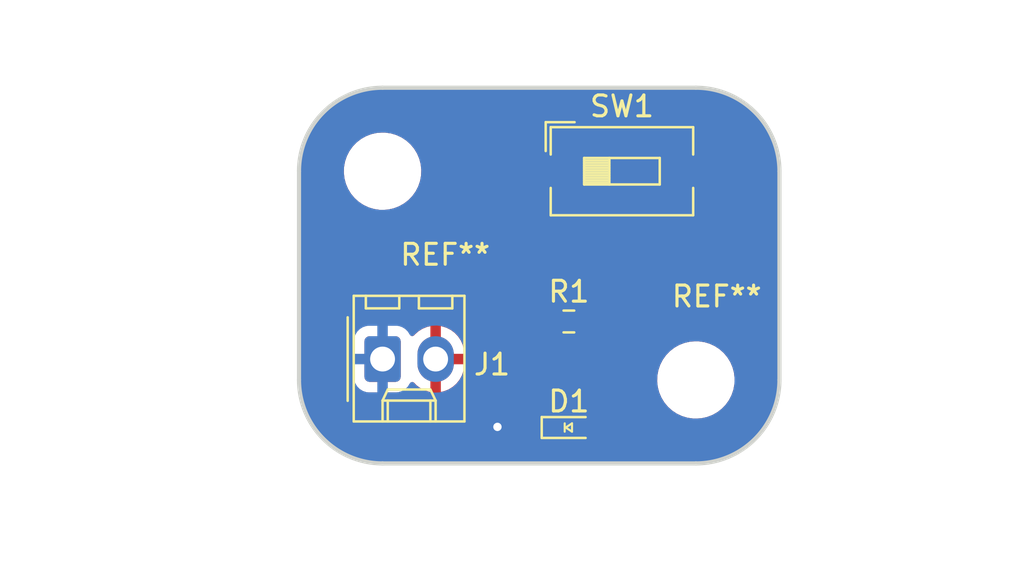
<source format=kicad_pcb>
(kicad_pcb (version 20221018) (generator pcbnew)
  (title_block (title "LED Project") (date "2023-09-06") (rev "1.0") (company "Illini Solar Car") (comment 1 "Designed By: Hrishikesh Deshpande"))
  (layers (0 "F.Cu" signal) (31 "B.Cu" signal) (34 "B.Paste" user) (35 "F.Paste" user) (36 "B.SilkS" user "B.Silkscreen") (37 "F.SilkS" user "F.Silkscreen") (38 "B.Mask" user) (39 "F.Mask" user) (44 "Edge.Cuts" user))
  (net 0 "")
  (net 1 "GND")
  (net 2 "Net-(D1-A)")
  (net 3 "+3V3")
  (net 4 "Net-(R1-Pad1)")
  (footprint "Connector_Molex:Molex_KK-254_AE-6410-02A_1x02_P2.54mm_Vertical" (layer "F.Cu") (at 113 78)
    (fp_text reference "J1" (at 5.24 0.26) (layer "F.SilkS"))
    (fp_text value "Conn_01x02")
    (fp_line (start -1.67 -2) (end -1.67 2) (stroke (width 0.12)) (layer "F.SilkS"))
    (fp_line (start -1.38 -3.03) (end -1.38 2.99) (stroke (width 0.12)) (layer "F.SilkS"))
    (fp_line (start -1.38 2.99) (end 3.92 2.99) (stroke (width 0.12)) (layer "F.SilkS"))
    (fp_line (start -0.8 -3.03) (end -0.8 -2.43) (stroke (width 0.12)) (layer "F.SilkS"))
    (fp_line (start -0.8 -2.43) (end 0.8 -2.43) (stroke (width 0.12)) (layer "F.SilkS"))
    (fp_line (start 0 1.99) (end 0.25 1.46) (stroke (width 0.12)) (layer "F.SilkS"))
    (fp_line (start 0 1.99) (end 2.54 1.99) (stroke (width 0.12)) (layer "F.SilkS"))
    (fp_line (start 0 2.99) (end 0 1.99) (stroke (width 0.12)) (layer "F.SilkS"))
    (fp_line (start 0.25 1.46) (end 2.29 1.46) (stroke (width 0.12)) (layer "F.SilkS"))
    (fp_line (start 0.25 2.99) (end 0.25 1.99) (stroke (width 0.12)) (layer "F.SilkS"))
    (fp_line (start 0.8 -2.43) (end 0.8 -3.03) (stroke (width 0.12)) (layer "F.SilkS"))
    (fp_line (start 1.74 -3.03) (end 1.74 -2.43) (stroke (width 0.12)) (layer "F.SilkS"))
    (fp_line (start 1.74 -2.43) (end 3.34 -2.43) (stroke (width 0.12)) (layer "F.SilkS"))
    (fp_line (start 2.29 1.46) (end 2.54 1.99) (stroke (width 0.12)) (layer "F.SilkS"))
    (fp_line (start 2.29 2.99) (end 2.29 1.99) (stroke (width 0.12)) (layer "F.SilkS"))
    (fp_line (start 2.54 1.99) (end 2.54 2.99) (stroke (width 0.12)) (layer "F.SilkS"))
    (fp_line (start 3.34 -2.43) (end 3.34 -3.03) (stroke (width 0.12)) (layer "F.SilkS"))
    (fp_line (start 3.92 -3.03) (end -1.38 -3.03) (stroke (width 0.12)) (layer "F.SilkS"))
    (fp_line (start 3.92 2.99) (end 3.92 -3.03) (stroke (width 0.12)) (layer "F.SilkS"))
    (pad "1" thru_hole roundrect (at 0 0) (size 1.74 2.19) (drill 1.19) (layers "*.Cu" "*.Mask") (roundrect_rratio 0.143678) (net 1 "GND"))
    (pad "2" thru_hole oval (at 2.54 0) (size 1.74 2.19) (drill 1.19) (layers "*.Cu" "*.Mask") (net 3 "+3V3"))
  )
  (footprint "MountingHole:MountingHole_3.2mm_M3" (layer "F.Cu") (at 113 69)
    (fp_text reference "REF**" (at 3 4) (layer "F.SilkS"))
    (fp_text value "MountingHole_3.2mm_M3")
    (pad "" np_thru_hole circle (at 0 0) (size 3.2 3.2) (drill 3.2) (layers "F&B.Cu" "*.Mask" "Eco2.User"))
  )
  (footprint "Button_Switch_SMD:SW_DIP_SPSTx01_Slide_6.7x4.1mm_W8.61mm_P2.54mm_LowProfile" (layer "F.Cu") (at 124.46 69)
    (fp_text reference "SW1" (at 0 -3.11) (layer "F.SilkS"))
    (fp_text value "SW_Push")
    (fp_line (start -3.65 -2.35) (end -3.65 -0.967) (stroke (width 0.12)) (layer "F.SilkS"))
    (fp_line (start -3.65 -2.35) (end -2.267 -2.35) (stroke (width 0.12)) (layer "F.SilkS"))
    (fp_line (start -3.41 -2.11) (end -3.41 -0.8) (stroke (width 0.12)) (layer "F.SilkS"))
    (fp_line (start -3.41 -2.11) (end 3.41 -2.11) (stroke (width 0.12)) (layer "F.SilkS"))
    (fp_line (start -3.41 0.8) (end -3.41 2.11) (stroke (width 0.12)) (layer "F.SilkS"))
    (fp_line (start -3.41 2.11) (end 3.41 2.11) (stroke (width 0.12)) (layer "F.SilkS"))
    (fp_line (start -1.81 -0.635) (end -1.81 0.635) (stroke (width 0.12)) (layer "F.SilkS"))
    (fp_line (start -1.81 -0.515) (end -0.603333 -0.515) (stroke (width 0.12)) (layer "F.SilkS"))
    (fp_line (start -1.81 -0.395) (end -0.603333 -0.395) (stroke (width 0.12)) (layer "F.SilkS"))
    (fp_line (start -1.81 -0.275) (end -0.603333 -0.275) (stroke (width 0.12)) (layer "F.SilkS"))
    (fp_line (start -1.81 -0.155) (end -0.603333 -0.155) (stroke (width 0.12)) (layer "F.SilkS"))
    (fp_line (start -1.81 -0.035) (end -0.603333 -0.035) (stroke (width 0.12)) (layer "F.SilkS"))
    (fp_line (start -1.81 0.085) (end -0.603333 0.085) (stroke (width 0.12)) (layer "F.SilkS"))
    (fp_line (start -1.81 0.205) (end -0.603333 0.205) (stroke (width 0.12)) (layer "F.SilkS"))
    (fp_line (start -1.81 0.325) (end -0.603333 0.325) (stroke (width 0.12)) (layer "F.SilkS"))
    (fp_line (start -1.81 0.445) (end -0.603333 0.445) (stroke (width 0.12)) (layer "F.SilkS"))
    (fp_line (start -1.81 0.565) (end -0.603333 0.565) (stroke (width 0.12)) (layer "F.SilkS"))
    (fp_line (start -1.81 0.635) (end 1.81 0.635) (stroke (width 0.12)) (layer "F.SilkS"))
    (fp_line (start -0.603333 -0.635) (end -0.603333 0.635) (stroke (width 0.12)) (layer "F.SilkS"))
    (fp_line (start 1.81 -0.635) (end -1.81 -0.635) (stroke (width 0.12)) (layer "F.SilkS"))
    (fp_line (start 1.81 0.635) (end 1.81 -0.635) (stroke (width 0.12)) (layer "F.SilkS"))
    (fp_line (start 3.41 -2.11) (end 3.41 -0.8) (stroke (width 0.12)) (layer "F.SilkS"))
    (fp_line (start 3.41 0.8) (end 3.41 2.11) (stroke (width 0.12)) (layer "F.SilkS"))
    (pad "1" smd rect (at -4.305 0) (size 2.44 1.12) (layers "F.Cu" "F.Paste" "F.Mask") (net 3 "+3V3"))
    (pad "2" smd rect (at 4.305 0) (size 2.44 1.12) (layers "F.Cu" "F.Paste" "F.Mask") (net 4 "Net-(R1-Pad1)"))
  )
  (footprint "layout:LED_0603_Symbol_on_F.SilkS" (layer "F.Cu") (at 121.92 81.28)
    (fp_text reference "D1" (at 0 -1.25) (layer "F.SilkS"))
    (fp_text value "LED_RED")
    (fp_line (start -1.3 -0.5) (end -1.3 0.5) (stroke (width 0.12)) (layer "F.SilkS"))
    (fp_line (start -1.3 -0.5) (end 0.8 -0.5) (stroke (width 0.12)) (layer "F.SilkS"))
    (fp_line (start -1.3 0.5) (end 0.8 0.5) (stroke (width 0.12)) (layer "F.SilkS"))
    (fp_line (start -0.2 -0.2) (end -0.2 0.2) (stroke (width 0.1)) (layer "F.SilkS"))
    (fp_line (start -0.15 0) (end 0.15 -0.2) (stroke (width 0.1)) (layer "F.SilkS"))
    (fp_line (start 0.15 -0.2) (end 0.15 0.2) (stroke (width 0.1)) (layer "F.SilkS"))
    (fp_line (start 0.15 0.2) (end -0.15 0) (stroke (width 0.1)) (layer "F.SilkS"))
    (pad "1" smd rect (at -0.8 0 180) (size 0.8 0.8) (layers "F.Cu" "F.Paste" "F.Mask") (net 1 "GND"))
    (pad "2" smd rect (at 0.8 0 180) (size 0.8 0.8) (layers "F.Cu" "F.Paste" "F.Mask") (net 2 "Net-(D1-A)"))
  )
  (footprint "MountingHole:MountingHole_3.2mm_M3" (layer "F.Cu") (at 128 79 90)
    (fp_text reference "REF**" (at 4 1 180) (layer "F.SilkS"))
    (fp_text value "MountingHole_3.2mm_M3")
    (pad "" np_thru_hole circle (at 0 0 90) (size 3.2 3.2) (drill 3.2) (layers "F&B.Cu" "*.Mask" "Eco2.User"))
  )
  (footprint "Resistor_SMD:R_0603_1608Metric_Pad0.98x0.95mm_HandSolder" (layer "F.Cu") (at 121.92 76.2)
    (fp_text reference "R1" (at 0 -1.43) (layer "F.SilkS"))
    (fp_text value "105")
    (fp_line (start -0.254724 -0.5225) (end 0.254724 -0.5225) (stroke (width 0.12)) (layer "F.SilkS"))
    (fp_line (start -0.254724 0.5225) (end 0.254724 0.5225) (stroke (width 0.12)) (layer "F.SilkS"))
    (pad "1" smd roundrect (at -0.9125 0) (size 0.975 0.95) (layers "F.Cu" "F.Paste" "F.Mask") (net 4 "Net-(R1-Pad1)"))
    (pad "2" smd roundrect (at 0.9125 0) (size 0.975 0.95) (layers "F.Cu" "F.Paste" "F.Mask") (net 2 "Net-(D1-A)"))
  )
  (gr_line (start 132 69) (end 132 79) (stroke (width 0.2)) (layer "Edge.Cuts"))
  (gr_arc (start 132 79) (mid 130.828427 81.828427) (end 128 83) (stroke (width 0.2)) (layer "Edge.Cuts"))
  (gr_arc (start 113 83) (mid 110.171573 81.828427) (end 109 79) (stroke (width 0.2)) (layer "Edge.Cuts"))
  (gr_line (start 113 83) (end 128 83) (stroke (width 0.2)) (layer "Edge.Cuts"))
  (gr_line (start 113 65) (end 128 65) (stroke (width 0.2)) (layer "Edge.Cuts"))
  (gr_line (start 109 69) (end 109 79) (stroke (width 0.2)) (layer "Edge.Cuts"))
  (gr_arc (start 128 65) (mid 130.828427 66.171573) (end 132 69) (stroke (width 0.2)) (layer "Edge.Cuts"))
  (gr_arc (start 109 69) (mid 110.171573 66.171573) (end 113 65) (stroke (width 0.2)) (layer "Edge.Cuts"))
  (segment (start 118.53 81.28) (end 118.5 81.25) (width 0.25) (layer "F.Cu") (net 1))
  (segment (start 121.12 81.28) (end 118.53 81.28) (width 0.25) (layer "F.Cu") (net 1))
  (via (at 118.5 81.25) (size 0.8) (drill 0.4) (layers "F.Cu" "B.Cu") (net 1))
  (segment (start 122.8325 76.2) (end 122.8325 77.1675) (width 0.25) (layer "F.Cu") (net 2))
  (segment (start 122.8325 77.1675) (end 122 78) (width 0.25) (layer "F.Cu") (net 2))
  (segment (start 122.72 79.72) (end 122.72 81.28) (width 0.25) (layer "F.Cu") (net 2))
  (segment (start 122 78) (end 122 79) (width 0.25) (layer "F.Cu") (net 2))
  (segment (start 122 79) (end 122.72 79.72) (width 0.25) (layer "F.Cu") (net 2))
  (segment (start 126 73) (end 123 73) (width 0.25) (layer "F.Cu") (net 4))
  (segment (start 121 75) (end 121.0075 75.0075) (width 0.25) (layer "F.Cu") (net 4))
  (segment (start 123 73) (end 121 75) (width 0.25) (layer "F.Cu") (net 4))
  (segment (start 128.765 69) (end 128.765 70.235) (width 0.25) (layer "F.Cu") (net 4))
  (segment (start 128.765 70.235) (end 126 73) (width 0.25) (layer "F.Cu") (net 4))
  (segment (start 121.0075 75.0075) (end 121.0075 76.2) (width 0.25) (layer "F.Cu") (net 4))
  (zone (net 3) (net_name "+3V3") (layer "F.Cu") (connect_pads (clearance 0.508)) (min_thickness 0.25) (fill yes (thermal_gap 0.5) (thermal_bridge_width 0.5))
    (polygon (pts (xy 109 65) (xy 132 65) (xy 132 83) (xy 109 83)))
  )
  (zone (net 1) (net_name "GND") (layer "B.Cu") (priority 1) (connect_pads (clearance 0.508)) (min_thickness 0.25) (fill yes (thermal_gap 0.5) (thermal_bridge_width 0.5))
    (polygon (pts (xy 109 65) (xy 132 65) (xy 132 83) (xy 109 83)))
  )
)
</source>
